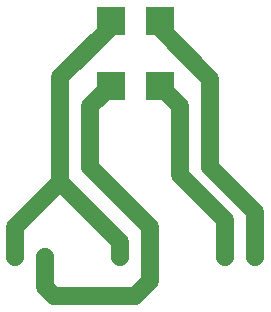
<source format=gbr>
G04 EAGLE Gerber RS-274X export*
G75*
%MOMM*%
%FSLAX34Y34*%
%LPD*%
%INBottom Copper*%
%IPPOS*%
%AMOC8*
5,1,8,0,0,1.08239X$1,22.5*%
G01*
%ADD10C,1.530000*%
%ADD11R,2.380000X2.380000*%
%ADD12C,1.500000*%


D10*
X279400Y50800D03*
X254000Y50800D03*
X190500Y50800D03*
X165100Y50800D03*
X101600Y50800D03*
X76200Y50800D03*
X241300Y127000D03*
X215900Y127000D03*
X139700Y127000D03*
X114300Y127000D03*
D11*
X198800Y196020D03*
X156800Y196020D03*
X156800Y251020D03*
X198800Y251020D03*
D12*
X241300Y127000D02*
X279400Y88900D01*
X279400Y50800D01*
X241300Y127000D02*
X241300Y202192D01*
X198800Y244692D02*
X198800Y251020D01*
X198800Y244692D02*
X241300Y202192D01*
X215900Y127000D02*
X215900Y120410D01*
X254000Y82310D01*
X254000Y50800D01*
X215900Y127000D02*
X215900Y178920D01*
X198800Y196020D01*
X190500Y31120D02*
X177800Y18420D01*
X108580Y18420D01*
X101600Y25400D01*
X101600Y50800D01*
X190500Y50800D02*
X190500Y31120D01*
X139700Y127000D02*
X139700Y178920D01*
X156800Y196020D01*
X190500Y76200D02*
X190500Y50800D01*
X190500Y76200D02*
X139700Y127000D01*
X165100Y63500D02*
X165100Y50800D01*
X114300Y114300D02*
X114300Y127000D01*
X114300Y114300D02*
X165100Y63500D01*
X114300Y114300D02*
X76200Y76200D01*
X76200Y50800D01*
X114300Y127000D02*
X114300Y203200D01*
X156800Y245700D02*
X156800Y251020D01*
X156800Y245700D02*
X114300Y203200D01*
M02*

</source>
